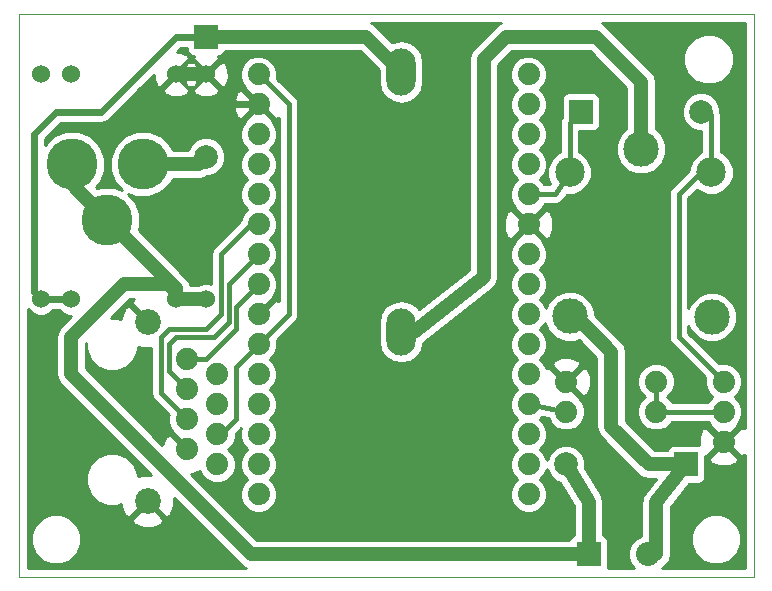
<source format=gbr>
%TF.GenerationSoftware,KiCad,Pcbnew,4.0.2+dfsg1-stable*%
%TF.CreationDate,2018-08-31T16:42:45+08:00*%
%TF.ProjectId,rfid board v2,7266696420626F6172642076322E6B69,rev?*%
%TF.FileFunction,Copper,L1,Top,Signal*%
%FSLAX46Y46*%
G04 Gerber Fmt 4.6, Leading zero omitted, Abs format (unit mm)*
G04 Created by KiCad (PCBNEW 4.0.2+dfsg1-stable) date Friday, 31 August, 2018 04:42:45 PM +08*
%MOMM*%
G01*
G04 APERTURE LIST*
%ADD10C,0.100000*%
%ADD11C,0.025400*%
%ADD12O,2.499360X4.000500*%
%ADD13C,1.879600*%
%ADD14C,2.181860*%
%ADD15C,2.500000*%
%ADD16C,3.000000*%
%ADD17C,1.998980*%
%ADD18R,1.998980X1.998980*%
%ADD19C,1.524000*%
%ADD20C,4.318000*%
%ADD21R,2.032000X2.032000*%
%ADD22C,2.032000*%
%ADD23C,0.400000*%
%ADD24C,0.250000*%
%ADD25C,1.200000*%
%ADD26C,0.600000*%
%ADD27C,0.254000*%
G04 APERTURE END LIST*
D10*
D11*
X22860000Y-62865000D02*
X22860000Y-15240000D01*
X85090000Y-62865000D02*
X85090000Y-15240000D01*
X22860000Y-15240000D02*
X85090000Y-15240000D01*
X85090000Y-62865000D02*
X22860000Y-62865000D01*
D12*
X55245000Y-20114260D03*
X55245000Y-42115740D03*
D13*
X37129720Y-44450000D03*
X39669720Y-45720000D03*
X37129720Y-46990000D03*
X39669720Y-48260000D03*
X37129720Y-49530000D03*
X39669720Y-50800000D03*
X37129720Y-52070000D03*
X39669720Y-53340000D03*
D14*
X33784540Y-41275000D03*
X33784540Y-56474360D03*
D15*
X69515000Y-28620000D03*
D16*
X69515000Y-40820000D03*
X81565000Y-40870000D03*
D15*
X81515000Y-28620000D03*
D16*
X75565000Y-26670000D03*
D17*
X38737540Y-27305000D03*
D18*
X38737540Y-17145000D03*
D19*
X38735000Y-20320000D03*
X36195000Y-20320000D03*
X27305000Y-20320000D03*
X24765000Y-20320000D03*
X24765000Y-39370000D03*
X27305000Y-39370000D03*
X36195000Y-39370000D03*
X38735000Y-39370000D03*
D13*
X82550000Y-51435000D03*
X82550000Y-48895000D03*
X82550000Y-46355000D03*
D17*
X69215000Y-53342540D03*
D18*
X79375000Y-53342540D03*
D13*
X43180000Y-20320000D03*
X43180000Y-22860000D03*
X43180000Y-25400000D03*
X43180000Y-27940000D03*
X43180000Y-30480000D03*
X43180000Y-33020000D03*
X43180000Y-35560000D03*
X43180000Y-38100000D03*
X43180000Y-40640000D03*
X43180000Y-43180000D03*
X43180000Y-45720000D03*
X43180000Y-48260000D03*
X43180000Y-50800000D03*
X43180000Y-53340000D03*
X43180000Y-55880000D03*
X66040000Y-20320000D03*
X66040000Y-22860000D03*
X66040000Y-25400000D03*
X66040000Y-27940000D03*
X66040000Y-30480000D03*
X66040000Y-33020000D03*
X66040000Y-35560000D03*
X66040000Y-38100000D03*
X66040000Y-40640000D03*
X66040000Y-43180000D03*
X66040000Y-45720000D03*
X66040000Y-48260000D03*
X66040000Y-50800000D03*
X66040000Y-53340000D03*
X66040000Y-55880000D03*
D20*
X27383740Y-27940000D03*
X30383480Y-32639000D03*
X33383220Y-27940000D03*
D13*
X69215000Y-48895000D03*
X76835000Y-48895000D03*
X76835000Y-46355000D03*
X69215000Y-46355000D03*
D21*
X71120000Y-60960000D03*
D22*
X76118720Y-60960000D03*
D17*
X80645000Y-23492460D03*
D18*
X70485000Y-23492460D03*
D23*
X81515000Y-28620000D02*
X80600000Y-28620000D01*
X80600000Y-28620000D02*
X78740000Y-30480000D01*
X78740000Y-30480000D02*
X78740000Y-42545000D01*
X78740000Y-42545000D02*
X82550000Y-46355000D01*
D24*
X81515000Y-28620000D02*
X81235000Y-28620000D01*
D23*
X81515000Y-28620000D02*
X81515000Y-23727460D01*
D24*
X81515000Y-23727460D02*
X80645000Y-23492460D01*
D25*
X33383220Y-27940000D02*
X38102540Y-27940000D01*
X38102540Y-27940000D02*
X38100000Y-27942540D01*
X38100000Y-27942540D02*
X38737540Y-27305000D01*
X38737540Y-17145000D02*
X52275740Y-17145000D01*
D26*
X24765000Y-39370000D02*
X27305000Y-39370000D01*
X38737540Y-17145000D02*
X36195000Y-17145000D01*
X24130000Y-38735000D02*
X24765000Y-39370000D01*
X24130000Y-25400000D02*
X24130000Y-38735000D01*
X26035000Y-23495000D02*
X24130000Y-25400000D01*
X29845000Y-23495000D02*
X26035000Y-23495000D01*
X36195000Y-17145000D02*
X29845000Y-23495000D01*
D25*
X52275740Y-17145000D02*
X55245000Y-20114260D01*
X36195000Y-39370000D02*
X36195000Y-38735000D01*
X36195000Y-38735000D02*
X35560000Y-38100000D01*
X42545000Y-60960000D02*
X71120000Y-60960000D01*
X27305000Y-45720000D02*
X42545000Y-60960000D01*
X27305000Y-42545000D02*
X27305000Y-45720000D01*
X31750000Y-38100000D02*
X27305000Y-42545000D01*
X35560000Y-38100000D02*
X31750000Y-38100000D01*
X36195000Y-39370000D02*
X38735000Y-39370000D01*
X27383740Y-27940000D02*
X27383740Y-29639260D01*
X27383740Y-29639260D02*
X30383480Y-32639000D01*
X36195000Y-39370000D02*
X36195000Y-38450520D01*
X36195000Y-38450520D02*
X30383480Y-32639000D01*
X69215000Y-53342540D02*
X71120000Y-56515000D01*
X71120000Y-56515000D02*
X71120000Y-60960000D01*
D26*
X71120000Y-60960000D02*
X70485000Y-60960000D01*
D25*
X69515000Y-40820000D02*
X70030000Y-40820000D01*
X70030000Y-40820000D02*
X73025000Y-43815000D01*
X76202540Y-53342540D02*
X79375000Y-53342540D01*
X73025000Y-50165000D02*
X76202540Y-53342540D01*
X73025000Y-43815000D02*
X73025000Y-50165000D01*
X69515000Y-40820000D02*
X69515000Y-40940000D01*
X76118720Y-60960000D02*
X76835000Y-60960000D01*
X76835000Y-60960000D02*
X76835000Y-56515000D01*
X76835000Y-56515000D02*
X79375000Y-53342540D01*
X55245000Y-42115740D02*
X56309260Y-42115740D01*
X56309260Y-42115740D02*
X62230000Y-37465000D01*
X62230000Y-37465000D02*
X62230000Y-19050000D01*
X62230000Y-19050000D02*
X64135000Y-17145000D01*
X64135000Y-17145000D02*
X71755000Y-17145000D01*
X71755000Y-17145000D02*
X75565000Y-20955000D01*
X75565000Y-20955000D02*
X75565000Y-26670000D01*
D24*
X66040000Y-48260000D02*
X66040000Y-48260000D01*
D23*
X66040000Y-48260000D02*
X69215000Y-48895000D01*
X76835000Y-48895000D02*
X82550000Y-48895000D01*
X76835000Y-46355000D02*
X76835000Y-48895000D01*
D26*
X38735000Y-20320000D02*
X41275000Y-22860000D01*
X41275000Y-22860000D02*
X43180000Y-22860000D01*
D25*
X36195000Y-20320000D02*
X38735000Y-20320000D01*
D24*
X66040000Y-33020000D02*
X66675000Y-33020000D01*
D23*
X39669720Y-50800000D02*
X40005000Y-50800000D01*
X40005000Y-50800000D02*
X41275000Y-49530000D01*
X41275000Y-45085000D02*
X43180000Y-43180000D01*
X41275000Y-49530000D02*
X41275000Y-45085000D01*
X43180000Y-43180000D02*
X45720000Y-40640000D01*
X45720000Y-40640000D02*
X45720000Y-22860000D01*
X45720000Y-22860000D02*
X43180000Y-20320000D01*
X69515000Y-28620000D02*
X69515000Y-24462460D01*
D24*
X69515000Y-24462460D02*
X70485000Y-23492460D01*
D23*
X66040000Y-30480000D02*
X68290000Y-30480000D01*
X68290000Y-30480000D02*
X69515000Y-28620000D01*
D24*
X69850000Y-28285000D02*
X69515000Y-28620000D01*
X69215000Y-28320000D02*
X69515000Y-28620000D01*
D23*
X43180000Y-33020000D02*
X42545000Y-33020000D01*
X42545000Y-33020000D02*
X40005000Y-35560000D01*
X40005000Y-35560000D02*
X40005000Y-40640000D01*
X40005000Y-40640000D02*
X38735000Y-41910000D01*
X38735000Y-41910000D02*
X35560000Y-41910000D01*
X35560000Y-41910000D02*
X34925000Y-42545000D01*
X34925000Y-42545000D02*
X34925000Y-47325280D01*
X34925000Y-47325280D02*
X37129720Y-49530000D01*
D24*
X37129720Y-49530000D02*
X36830000Y-49530000D01*
D23*
X37129720Y-44450000D02*
X38735000Y-44450000D01*
X41275000Y-40005000D02*
X43180000Y-38100000D01*
X41275000Y-41910000D02*
X41275000Y-40005000D01*
X38735000Y-44450000D02*
X41275000Y-41910000D01*
X42545000Y-38100000D02*
X43180000Y-38100000D01*
D24*
X37129720Y-44450000D02*
X37465000Y-44450000D01*
X39669720Y-45720000D02*
X39669720Y-45420280D01*
X39669720Y-45420280D02*
X40005000Y-45085000D01*
D23*
X43180000Y-35560000D02*
X40640000Y-38100000D01*
X35560000Y-45420280D02*
X37129720Y-46990000D01*
X35560000Y-43180000D02*
X35560000Y-45420280D01*
X36195000Y-42545000D02*
X35560000Y-43180000D01*
X39370000Y-42545000D02*
X36195000Y-42545000D01*
X40640000Y-41275000D02*
X39370000Y-42545000D01*
X40640000Y-38100000D02*
X40640000Y-41275000D01*
D24*
X37129720Y-46990000D02*
X36830000Y-46990000D01*
D27*
G36*
X67703980Y-42027800D02*
X68304041Y-42628909D01*
X69088459Y-42954628D01*
X69937815Y-42955370D01*
X70278180Y-42814734D01*
X71790000Y-44326554D01*
X71790000Y-50165000D01*
X71884009Y-50637614D01*
X72151723Y-51038277D01*
X75329263Y-54215817D01*
X75729926Y-54483531D01*
X76202540Y-54577540D01*
X76804143Y-54577540D01*
X75870928Y-55743125D01*
X75790725Y-55897640D01*
X75694009Y-56042386D01*
X75680599Y-56109804D01*
X75648930Y-56170815D01*
X75633962Y-56344261D01*
X75600000Y-56515000D01*
X75600000Y-59387946D01*
X75184725Y-59559534D01*
X74719886Y-60023563D01*
X74468007Y-60630155D01*
X74467434Y-61286963D01*
X74718254Y-61893995D01*
X74926895Y-62103000D01*
X72757722Y-62103000D01*
X72783440Y-61976000D01*
X72783440Y-59944000D01*
X72739162Y-59708683D01*
X72600090Y-59492559D01*
X72387890Y-59347569D01*
X72355000Y-59340909D01*
X72355000Y-56515000D01*
X72337044Y-56424731D01*
X72341486Y-56332797D01*
X72290468Y-56190575D01*
X72260991Y-56042386D01*
X72209856Y-55965858D01*
X72178779Y-55879224D01*
X70849210Y-53665048D01*
X70849774Y-53018846D01*
X70601462Y-52417885D01*
X70142073Y-51957694D01*
X69541547Y-51708334D01*
X68891306Y-51707766D01*
X68290345Y-51956078D01*
X67830154Y-52415467D01*
X67595463Y-52980667D01*
X67375829Y-52449113D01*
X66997104Y-52069727D01*
X67374272Y-51693217D01*
X67614526Y-51114621D01*
X67615073Y-50488127D01*
X67375829Y-49909113D01*
X66997104Y-49529727D01*
X67186354Y-49340807D01*
X67741112Y-49451759D01*
X67879171Y-49785887D01*
X68321783Y-50229272D01*
X68900379Y-50469526D01*
X69526873Y-50470073D01*
X70105887Y-50230829D01*
X70549272Y-49788217D01*
X70789526Y-49209621D01*
X70790073Y-48583127D01*
X70550829Y-48004113D01*
X70403525Y-47856552D01*
X70421650Y-47741255D01*
X69215000Y-46534605D01*
X69200858Y-46548748D01*
X69021253Y-46369143D01*
X69035395Y-46355000D01*
X69394605Y-46355000D01*
X70601255Y-47561650D01*
X71004606Y-47498244D01*
X71305881Y-46726367D01*
X71288838Y-45897953D01*
X71004606Y-45211756D01*
X70601255Y-45148350D01*
X69394605Y-46355000D01*
X69035395Y-46355000D01*
X67828745Y-45148350D01*
X67527314Y-45195734D01*
X67433524Y-44968745D01*
X68008350Y-44968745D01*
X69215000Y-46175395D01*
X70421650Y-44968745D01*
X70358244Y-44565394D01*
X69586367Y-44264119D01*
X68757953Y-44281162D01*
X68071756Y-44565394D01*
X68008350Y-44968745D01*
X67433524Y-44968745D01*
X67375829Y-44829113D01*
X66997104Y-44449727D01*
X67374272Y-44073217D01*
X67614526Y-43494621D01*
X67615073Y-42868127D01*
X67375829Y-42289113D01*
X66997104Y-41909727D01*
X67374272Y-41533217D01*
X67437102Y-41381907D01*
X67703980Y-42027800D01*
X67703980Y-42027800D01*
G37*
X67703980Y-42027800D02*
X68304041Y-42628909D01*
X69088459Y-42954628D01*
X69937815Y-42955370D01*
X70278180Y-42814734D01*
X71790000Y-44326554D01*
X71790000Y-50165000D01*
X71884009Y-50637614D01*
X72151723Y-51038277D01*
X75329263Y-54215817D01*
X75729926Y-54483531D01*
X76202540Y-54577540D01*
X76804143Y-54577540D01*
X75870928Y-55743125D01*
X75790725Y-55897640D01*
X75694009Y-56042386D01*
X75680599Y-56109804D01*
X75648930Y-56170815D01*
X75633962Y-56344261D01*
X75600000Y-56515000D01*
X75600000Y-59387946D01*
X75184725Y-59559534D01*
X74719886Y-60023563D01*
X74468007Y-60630155D01*
X74467434Y-61286963D01*
X74718254Y-61893995D01*
X74926895Y-62103000D01*
X72757722Y-62103000D01*
X72783440Y-61976000D01*
X72783440Y-59944000D01*
X72739162Y-59708683D01*
X72600090Y-59492559D01*
X72387890Y-59347569D01*
X72355000Y-59340909D01*
X72355000Y-56515000D01*
X72337044Y-56424731D01*
X72341486Y-56332797D01*
X72290468Y-56190575D01*
X72260991Y-56042386D01*
X72209856Y-55965858D01*
X72178779Y-55879224D01*
X70849210Y-53665048D01*
X70849774Y-53018846D01*
X70601462Y-52417885D01*
X70142073Y-51957694D01*
X69541547Y-51708334D01*
X68891306Y-51707766D01*
X68290345Y-51956078D01*
X67830154Y-52415467D01*
X67595463Y-52980667D01*
X67375829Y-52449113D01*
X66997104Y-52069727D01*
X67374272Y-51693217D01*
X67614526Y-51114621D01*
X67615073Y-50488127D01*
X67375829Y-49909113D01*
X66997104Y-49529727D01*
X67186354Y-49340807D01*
X67741112Y-49451759D01*
X67879171Y-49785887D01*
X68321783Y-50229272D01*
X68900379Y-50469526D01*
X69526873Y-50470073D01*
X70105887Y-50230829D01*
X70549272Y-49788217D01*
X70789526Y-49209621D01*
X70790073Y-48583127D01*
X70550829Y-48004113D01*
X70403525Y-47856552D01*
X70421650Y-47741255D01*
X69215000Y-46534605D01*
X69200858Y-46548748D01*
X69021253Y-46369143D01*
X69035395Y-46355000D01*
X69394605Y-46355000D01*
X70601255Y-47561650D01*
X71004606Y-47498244D01*
X71305881Y-46726367D01*
X71288838Y-45897953D01*
X71004606Y-45211756D01*
X70601255Y-45148350D01*
X69394605Y-46355000D01*
X69035395Y-46355000D01*
X67828745Y-45148350D01*
X67527314Y-45195734D01*
X67433524Y-44968745D01*
X68008350Y-44968745D01*
X69215000Y-46175395D01*
X70421650Y-44968745D01*
X70358244Y-44565394D01*
X69586367Y-44264119D01*
X68757953Y-44281162D01*
X68071756Y-44565394D01*
X68008350Y-44968745D01*
X67433524Y-44968745D01*
X67375829Y-44829113D01*
X66997104Y-44449727D01*
X67374272Y-44073217D01*
X67614526Y-43494621D01*
X67615073Y-42868127D01*
X67375829Y-42289113D01*
X66997104Y-41909727D01*
X67374272Y-41533217D01*
X67437102Y-41381907D01*
X67703980Y-42027800D01*
G36*
X63662386Y-16004009D02*
X63261723Y-16271723D01*
X61356723Y-18176723D01*
X61089009Y-18577386D01*
X60995000Y-19050000D01*
X60995000Y-36864645D01*
X56732608Y-40212753D01*
X56577670Y-39980872D01*
X55966236Y-39572325D01*
X55245000Y-39428862D01*
X54523764Y-39572325D01*
X53912330Y-39980872D01*
X53503783Y-40592306D01*
X53360320Y-41313542D01*
X53360320Y-42917938D01*
X53503783Y-43639174D01*
X53912330Y-44250608D01*
X54523764Y-44659155D01*
X55245000Y-44802618D01*
X55966236Y-44659155D01*
X56577670Y-44250608D01*
X56986217Y-43639174D01*
X57100492Y-43064674D01*
X62992881Y-38436204D01*
X63041350Y-38379655D01*
X63103277Y-38338277D01*
X63196857Y-38198225D01*
X63306474Y-38070334D01*
X63329614Y-37999539D01*
X63370991Y-37937614D01*
X63403851Y-37772416D01*
X63456184Y-37612307D01*
X63450470Y-37538045D01*
X63465000Y-37465000D01*
X63465000Y-32648633D01*
X63949119Y-32648633D01*
X63966162Y-33477047D01*
X64250394Y-34163244D01*
X64653745Y-34226650D01*
X65860395Y-33020000D01*
X66219605Y-33020000D01*
X67426255Y-34226650D01*
X67829606Y-34163244D01*
X68130881Y-33391367D01*
X68113838Y-32562953D01*
X67829606Y-31876756D01*
X67426255Y-31813350D01*
X66219605Y-33020000D01*
X65860395Y-33020000D01*
X64653745Y-31813350D01*
X64250394Y-31876756D01*
X63949119Y-32648633D01*
X63465000Y-32648633D01*
X63465000Y-20631873D01*
X64464927Y-20631873D01*
X64704171Y-21210887D01*
X65082896Y-21590273D01*
X64705728Y-21966783D01*
X64465474Y-22545379D01*
X64464927Y-23171873D01*
X64704171Y-23750887D01*
X65082896Y-24130273D01*
X64705728Y-24506783D01*
X64465474Y-25085379D01*
X64464927Y-25711873D01*
X64704171Y-26290887D01*
X65082896Y-26670273D01*
X64705728Y-27046783D01*
X64465474Y-27625379D01*
X64464927Y-28251873D01*
X64704171Y-28830887D01*
X65082896Y-29210273D01*
X64705728Y-29586783D01*
X64465474Y-30165379D01*
X64464927Y-30791873D01*
X64704171Y-31370887D01*
X64851475Y-31518448D01*
X64833350Y-31633745D01*
X66040000Y-32840395D01*
X67246650Y-31633745D01*
X67228561Y-31518674D01*
X67374272Y-31373217D01*
X67398446Y-31315000D01*
X68290000Y-31315000D01*
X68373356Y-31298419D01*
X68458343Y-31297854D01*
X68531578Y-31266947D01*
X68609541Y-31251439D01*
X68680206Y-31204222D01*
X68758507Y-31171177D01*
X68814340Y-31114597D01*
X68880434Y-31070434D01*
X68927651Y-30999769D01*
X68987347Y-30939274D01*
X69273499Y-30504790D01*
X69888305Y-30505326D01*
X70581372Y-30218957D01*
X71112093Y-29689161D01*
X71399672Y-28996595D01*
X71400326Y-28246695D01*
X71113957Y-27553628D01*
X70584161Y-27022907D01*
X70350000Y-26925675D01*
X70350000Y-25139390D01*
X71484490Y-25139390D01*
X71719807Y-25095112D01*
X71935931Y-24956040D01*
X72080921Y-24743840D01*
X72131930Y-24491950D01*
X72131930Y-22492970D01*
X72087652Y-22257653D01*
X71948580Y-22041529D01*
X71736380Y-21896539D01*
X71484490Y-21845530D01*
X69485510Y-21845530D01*
X69250193Y-21889808D01*
X69034069Y-22028880D01*
X68889079Y-22241080D01*
X68838070Y-22492970D01*
X68838070Y-24001476D01*
X68743561Y-24142919D01*
X68680000Y-24462460D01*
X68680000Y-26925442D01*
X68448628Y-27021043D01*
X67917907Y-27550839D01*
X67630328Y-28243405D01*
X67629674Y-28993305D01*
X67876264Y-29590100D01*
X67840107Y-29645000D01*
X67398921Y-29645000D01*
X67375829Y-29589113D01*
X66997104Y-29209727D01*
X67374272Y-28833217D01*
X67614526Y-28254621D01*
X67615073Y-27628127D01*
X67375829Y-27049113D01*
X66997104Y-26669727D01*
X67374272Y-26293217D01*
X67614526Y-25714621D01*
X67615073Y-25088127D01*
X67375829Y-24509113D01*
X66997104Y-24129727D01*
X67374272Y-23753217D01*
X67614526Y-23174621D01*
X67615073Y-22548127D01*
X67375829Y-21969113D01*
X66997104Y-21589727D01*
X67374272Y-21213217D01*
X67614526Y-20634621D01*
X67615073Y-20008127D01*
X67375829Y-19429113D01*
X66933217Y-18985728D01*
X66354621Y-18745474D01*
X65728127Y-18744927D01*
X65149113Y-18984171D01*
X64705728Y-19426783D01*
X64465474Y-20005379D01*
X64464927Y-20631873D01*
X63465000Y-20631873D01*
X63465000Y-19561554D01*
X64646554Y-18380000D01*
X71243446Y-18380000D01*
X74330000Y-21466554D01*
X74330000Y-24886133D01*
X73756091Y-25459041D01*
X73430372Y-26243459D01*
X73429630Y-27092815D01*
X73753980Y-27877800D01*
X74354041Y-28478909D01*
X75138459Y-28804628D01*
X75987815Y-28805370D01*
X76772800Y-28481020D01*
X77373909Y-27880959D01*
X77699628Y-27096541D01*
X77700370Y-26247185D01*
X77376020Y-25462200D01*
X76800000Y-24885174D01*
X76800000Y-20955000D01*
X76705991Y-20482386D01*
X76438277Y-20081723D01*
X75829369Y-19472815D01*
X79144630Y-19472815D01*
X79468980Y-20257800D01*
X80069041Y-20858909D01*
X80853459Y-21184628D01*
X81702815Y-21185370D01*
X82487800Y-20861020D01*
X83088909Y-20260959D01*
X83414628Y-19476541D01*
X83415370Y-18627185D01*
X83091020Y-17842200D01*
X82490959Y-17241091D01*
X81706541Y-16915372D01*
X80857185Y-16914630D01*
X80072200Y-17238980D01*
X79471091Y-17839041D01*
X79145372Y-18623459D01*
X79144630Y-19472815D01*
X75829369Y-19472815D01*
X72628277Y-16271723D01*
X72227614Y-16004009D01*
X72217514Y-16002000D01*
X84328000Y-16002000D01*
X84328000Y-50289932D01*
X83936255Y-50228350D01*
X82729605Y-51435000D01*
X83936255Y-52641650D01*
X84328000Y-52580068D01*
X84328000Y-62103000D01*
X77310631Y-62103000D01*
X77322823Y-62090829D01*
X77708277Y-61833277D01*
X77975991Y-61432614D01*
X78070000Y-60960000D01*
X78070000Y-60112815D01*
X79779630Y-60112815D01*
X80103980Y-60897800D01*
X80704041Y-61498909D01*
X81488459Y-61824628D01*
X82337815Y-61825370D01*
X83122800Y-61501020D01*
X83723909Y-60900959D01*
X84049628Y-60116541D01*
X84050370Y-59267185D01*
X83726020Y-58482200D01*
X83125959Y-57881091D01*
X82341541Y-57555372D01*
X81492185Y-57554630D01*
X80707200Y-57878980D01*
X80106091Y-58479041D01*
X79780372Y-59263459D01*
X79779630Y-60112815D01*
X78070000Y-60112815D01*
X78070000Y-56948486D01*
X79638468Y-54989470D01*
X80374490Y-54989470D01*
X80609807Y-54945192D01*
X80825931Y-54806120D01*
X80970921Y-54593920D01*
X81021930Y-54342030D01*
X81021930Y-52821255D01*
X81343350Y-52821255D01*
X81406756Y-53224606D01*
X82178633Y-53525881D01*
X83007047Y-53508838D01*
X83693244Y-53224606D01*
X83756650Y-52821255D01*
X82550000Y-51614605D01*
X81343350Y-52821255D01*
X81021930Y-52821255D01*
X81021930Y-52619357D01*
X81163745Y-52641650D01*
X82370395Y-51435000D01*
X81163745Y-50228350D01*
X80760394Y-50291756D01*
X80459119Y-51063633D01*
X80472529Y-51715463D01*
X80374490Y-51695610D01*
X78375510Y-51695610D01*
X78140193Y-51739888D01*
X77924069Y-51878960D01*
X77779079Y-52091160D01*
X77775762Y-52107540D01*
X76714094Y-52107540D01*
X74260000Y-49653446D01*
X74260000Y-46666873D01*
X75259927Y-46666873D01*
X75499171Y-47245887D01*
X75877896Y-47625273D01*
X75500728Y-48001783D01*
X75260474Y-48580379D01*
X75259927Y-49206873D01*
X75499171Y-49785887D01*
X75941783Y-50229272D01*
X76520379Y-50469526D01*
X77146873Y-50470073D01*
X77725887Y-50230829D01*
X78169272Y-49788217D01*
X78193446Y-49730000D01*
X81191079Y-49730000D01*
X81214171Y-49785887D01*
X81361475Y-49933448D01*
X81343350Y-50048745D01*
X82550000Y-51255395D01*
X83756650Y-50048745D01*
X83738561Y-49933674D01*
X83884272Y-49788217D01*
X84124526Y-49209621D01*
X84125073Y-48583127D01*
X83885829Y-48004113D01*
X83507104Y-47624727D01*
X83884272Y-47248217D01*
X84124526Y-46669621D01*
X84125073Y-46043127D01*
X83885829Y-45464113D01*
X83443217Y-45020728D01*
X82864621Y-44780474D01*
X82238127Y-44779927D01*
X82179867Y-44803999D01*
X79575000Y-42199132D01*
X79575000Y-41644636D01*
X79753980Y-42077800D01*
X80354041Y-42678909D01*
X81138459Y-43004628D01*
X81987815Y-43005370D01*
X82772800Y-42681020D01*
X83373909Y-42080959D01*
X83699628Y-41296541D01*
X83700370Y-40447185D01*
X83376020Y-39662200D01*
X82775959Y-39061091D01*
X81991541Y-38735372D01*
X81142185Y-38734630D01*
X80357200Y-39058980D01*
X79756091Y-39659041D01*
X79575000Y-40095156D01*
X79575000Y-30825868D01*
X80314921Y-30085947D01*
X80445839Y-30217093D01*
X81138405Y-30504672D01*
X81888305Y-30505326D01*
X82581372Y-30218957D01*
X83112093Y-29689161D01*
X83399672Y-28996595D01*
X83400326Y-28246695D01*
X83113957Y-27553628D01*
X82584161Y-27022907D01*
X82350000Y-26925675D01*
X82350000Y-23727460D01*
X82286439Y-23407919D01*
X82279574Y-23397645D01*
X82279774Y-23168766D01*
X82031462Y-22567805D01*
X81572073Y-22107614D01*
X80971547Y-21858254D01*
X80321306Y-21857686D01*
X79720345Y-22105998D01*
X79260154Y-22565387D01*
X79010794Y-23165913D01*
X79010226Y-23816154D01*
X79258538Y-24417115D01*
X79717927Y-24877306D01*
X80318453Y-25126666D01*
X80680000Y-25126982D01*
X80680000Y-26925442D01*
X80448628Y-27021043D01*
X79917907Y-27550839D01*
X79630328Y-28243405D01*
X79630184Y-28408948D01*
X78149566Y-29889566D01*
X77968561Y-30160459D01*
X77905000Y-30480000D01*
X77905000Y-42545000D01*
X77968561Y-42864541D01*
X78062660Y-43005370D01*
X78149566Y-43135434D01*
X80998664Y-45984532D01*
X80975474Y-46040379D01*
X80974927Y-46666873D01*
X81214171Y-47245887D01*
X81592896Y-47625273D01*
X81215728Y-48001783D01*
X81191554Y-48060000D01*
X78193921Y-48060000D01*
X78170829Y-48004113D01*
X77792104Y-47624727D01*
X78169272Y-47248217D01*
X78409526Y-46669621D01*
X78410073Y-46043127D01*
X78170829Y-45464113D01*
X77728217Y-45020728D01*
X77149621Y-44780474D01*
X76523127Y-44779927D01*
X75944113Y-45019171D01*
X75500728Y-45461783D01*
X75260474Y-46040379D01*
X75259927Y-46666873D01*
X74260000Y-46666873D01*
X74260000Y-43815000D01*
X74165991Y-43342386D01*
X73898277Y-42941723D01*
X71650111Y-40693557D01*
X71650370Y-40397185D01*
X71326020Y-39612200D01*
X70725959Y-39011091D01*
X69941541Y-38685372D01*
X69092185Y-38684630D01*
X68307200Y-39008980D01*
X67706091Y-39609041D01*
X67511543Y-40077565D01*
X67375829Y-39749113D01*
X66997104Y-39369727D01*
X67374272Y-38993217D01*
X67614526Y-38414621D01*
X67615073Y-37788127D01*
X67375829Y-37209113D01*
X66997104Y-36829727D01*
X67374272Y-36453217D01*
X67614526Y-35874621D01*
X67615073Y-35248127D01*
X67375829Y-34669113D01*
X67228525Y-34521552D01*
X67246650Y-34406255D01*
X66040000Y-33199605D01*
X64833350Y-34406255D01*
X64851439Y-34521326D01*
X64705728Y-34666783D01*
X64465474Y-35245379D01*
X64464927Y-35871873D01*
X64704171Y-36450887D01*
X65082896Y-36830273D01*
X64705728Y-37206783D01*
X64465474Y-37785379D01*
X64464927Y-38411873D01*
X64704171Y-38990887D01*
X65082896Y-39370273D01*
X64705728Y-39746783D01*
X64465474Y-40325379D01*
X64464927Y-40951873D01*
X64704171Y-41530887D01*
X65082896Y-41910273D01*
X64705728Y-42286783D01*
X64465474Y-42865379D01*
X64464927Y-43491873D01*
X64704171Y-44070887D01*
X65082896Y-44450273D01*
X64705728Y-44826783D01*
X64465474Y-45405379D01*
X64464927Y-46031873D01*
X64704171Y-46610887D01*
X65082896Y-46990273D01*
X64705728Y-47366783D01*
X64465474Y-47945379D01*
X64464927Y-48571873D01*
X64704171Y-49150887D01*
X65082896Y-49530273D01*
X64705728Y-49906783D01*
X64465474Y-50485379D01*
X64464927Y-51111873D01*
X64704171Y-51690887D01*
X65082896Y-52070273D01*
X64705728Y-52446783D01*
X64465474Y-53025379D01*
X64464927Y-53651873D01*
X64704171Y-54230887D01*
X65082896Y-54610273D01*
X64705728Y-54986783D01*
X64465474Y-55565379D01*
X64464927Y-56191873D01*
X64704171Y-56770887D01*
X65146783Y-57214272D01*
X65725379Y-57454526D01*
X66351873Y-57455073D01*
X66930887Y-57215829D01*
X67374272Y-56773217D01*
X67614526Y-56194621D01*
X67615073Y-55568127D01*
X67375829Y-54989113D01*
X66997104Y-54609727D01*
X67374272Y-54233217D01*
X67594929Y-53701817D01*
X67828538Y-54267195D01*
X68287927Y-54727386D01*
X68711682Y-54903344D01*
X69885000Y-56857310D01*
X69885000Y-59337768D01*
X69868683Y-59340838D01*
X69652559Y-59479910D01*
X69507569Y-59692110D01*
X69500909Y-59725000D01*
X43056554Y-59725000D01*
X37477637Y-54146083D01*
X37586767Y-54143838D01*
X38193996Y-53892316D01*
X38333891Y-54230887D01*
X38776503Y-54674272D01*
X39355099Y-54914526D01*
X39981593Y-54915073D01*
X40560607Y-54675829D01*
X41003992Y-54233217D01*
X41244246Y-53654621D01*
X41244793Y-53028127D01*
X41005549Y-52449113D01*
X40626824Y-52069727D01*
X41003992Y-51693217D01*
X41244246Y-51114621D01*
X41244572Y-50741296D01*
X41680023Y-50305845D01*
X41605474Y-50485379D01*
X41604927Y-51111873D01*
X41844171Y-51690887D01*
X42222896Y-52070273D01*
X41845728Y-52446783D01*
X41605474Y-53025379D01*
X41604927Y-53651873D01*
X41844171Y-54230887D01*
X42222896Y-54610273D01*
X41845728Y-54986783D01*
X41605474Y-55565379D01*
X41604927Y-56191873D01*
X41844171Y-56770887D01*
X42286783Y-57214272D01*
X42865379Y-57454526D01*
X43491873Y-57455073D01*
X44070887Y-57215829D01*
X44514272Y-56773217D01*
X44754526Y-56194621D01*
X44755073Y-55568127D01*
X44515829Y-54989113D01*
X44137104Y-54609727D01*
X44514272Y-54233217D01*
X44754526Y-53654621D01*
X44755073Y-53028127D01*
X44515829Y-52449113D01*
X44137104Y-52069727D01*
X44514272Y-51693217D01*
X44754526Y-51114621D01*
X44755073Y-50488127D01*
X44515829Y-49909113D01*
X44137104Y-49529727D01*
X44514272Y-49153217D01*
X44754526Y-48574621D01*
X44755073Y-47948127D01*
X44515829Y-47369113D01*
X44137104Y-46989727D01*
X44514272Y-46613217D01*
X44754526Y-46034621D01*
X44755073Y-45408127D01*
X44515829Y-44829113D01*
X44137104Y-44449727D01*
X44514272Y-44073217D01*
X44754526Y-43494621D01*
X44755073Y-42868127D01*
X44731001Y-42809867D01*
X46310434Y-41230434D01*
X46367829Y-41144536D01*
X46491439Y-40959541D01*
X46555000Y-40640000D01*
X46555000Y-22860000D01*
X46491439Y-22540459D01*
X46310434Y-22269566D01*
X44731336Y-20690468D01*
X44754526Y-20634621D01*
X44755073Y-20008127D01*
X44515829Y-19429113D01*
X44073217Y-18985728D01*
X43494621Y-18745474D01*
X42868127Y-18744927D01*
X42289113Y-18984171D01*
X41845728Y-19426783D01*
X41605474Y-20005379D01*
X41604927Y-20631873D01*
X41844171Y-21210887D01*
X41991475Y-21358448D01*
X41973350Y-21473745D01*
X43180000Y-22680395D01*
X43194143Y-22666253D01*
X43373748Y-22845858D01*
X43359605Y-22860000D01*
X44566255Y-24066650D01*
X44885000Y-24016544D01*
X44885000Y-39483456D01*
X44566255Y-39433350D01*
X43359605Y-40640000D01*
X43373748Y-40654143D01*
X43194143Y-40833748D01*
X43180000Y-40819605D01*
X43165858Y-40833748D01*
X42986253Y-40654143D01*
X43000395Y-40640000D01*
X42986253Y-40625858D01*
X43165858Y-40446253D01*
X43180000Y-40460395D01*
X44386650Y-39253745D01*
X44368561Y-39138674D01*
X44514272Y-38993217D01*
X44754526Y-38414621D01*
X44755073Y-37788127D01*
X44515829Y-37209113D01*
X44137104Y-36829727D01*
X44514272Y-36453217D01*
X44754526Y-35874621D01*
X44755073Y-35248127D01*
X44515829Y-34669113D01*
X44137104Y-34289727D01*
X44514272Y-33913217D01*
X44754526Y-33334621D01*
X44755073Y-32708127D01*
X44515829Y-32129113D01*
X44137104Y-31749727D01*
X44514272Y-31373217D01*
X44754526Y-30794621D01*
X44755073Y-30168127D01*
X44515829Y-29589113D01*
X44137104Y-29209727D01*
X44514272Y-28833217D01*
X44754526Y-28254621D01*
X44755073Y-27628127D01*
X44515829Y-27049113D01*
X44137104Y-26669727D01*
X44514272Y-26293217D01*
X44754526Y-25714621D01*
X44755073Y-25088127D01*
X44515829Y-24509113D01*
X44368525Y-24361552D01*
X44386650Y-24246255D01*
X43180000Y-23039605D01*
X41973350Y-24246255D01*
X41991439Y-24361326D01*
X41845728Y-24506783D01*
X41605474Y-25085379D01*
X41604927Y-25711873D01*
X41844171Y-26290887D01*
X42222896Y-26670273D01*
X41845728Y-27046783D01*
X41605474Y-27625379D01*
X41604927Y-28251873D01*
X41844171Y-28830887D01*
X42222896Y-29210273D01*
X41845728Y-29586783D01*
X41605474Y-30165379D01*
X41604927Y-30791873D01*
X41844171Y-31370887D01*
X42222896Y-31750273D01*
X41845728Y-32126783D01*
X41605474Y-32705379D01*
X41605410Y-32778722D01*
X39414566Y-34969566D01*
X39233561Y-35240459D01*
X39170000Y-35560000D01*
X39170000Y-38037978D01*
X39014100Y-37973243D01*
X38458339Y-37972758D01*
X38065682Y-38135000D01*
X37367239Y-38135000D01*
X37335991Y-37977906D01*
X37068277Y-37577243D01*
X33033589Y-33542555D01*
X33176994Y-33197199D01*
X33177964Y-32085677D01*
X32753499Y-31058394D01*
X32148943Y-30452782D01*
X32825021Y-30733514D01*
X33936543Y-30734484D01*
X34963826Y-30310019D01*
X35750477Y-29524740D01*
X35895702Y-29175000D01*
X38087231Y-29175000D01*
X38100000Y-29177540D01*
X38572614Y-29083531D01*
X38788119Y-28939535D01*
X39061234Y-28939774D01*
X39662195Y-28691462D01*
X40122386Y-28232073D01*
X40371746Y-27631547D01*
X40372314Y-26981306D01*
X40124002Y-26380345D01*
X39664613Y-25920154D01*
X39064087Y-25670794D01*
X38413846Y-25670226D01*
X37812885Y-25918538D01*
X37352694Y-26377927D01*
X37216882Y-26705000D01*
X35896041Y-26705000D01*
X35753239Y-26359394D01*
X34967960Y-25572743D01*
X33941419Y-25146486D01*
X32829897Y-25145516D01*
X31802614Y-25569981D01*
X31015963Y-26355260D01*
X30589706Y-27381801D01*
X30588736Y-28493323D01*
X31013201Y-29520606D01*
X31617757Y-30126218D01*
X30941679Y-29845486D01*
X29830157Y-29844516D01*
X29480164Y-29989130D01*
X29383065Y-29892031D01*
X29750997Y-29524740D01*
X30177254Y-28498199D01*
X30178224Y-27386677D01*
X29753759Y-26359394D01*
X28968480Y-25572743D01*
X27941939Y-25146486D01*
X26830417Y-25145516D01*
X25803134Y-25569981D01*
X25065000Y-26306828D01*
X25065000Y-25787290D01*
X26422290Y-24430000D01*
X29845000Y-24430000D01*
X30202809Y-24358827D01*
X30506145Y-24156145D01*
X32173657Y-22488633D01*
X41089119Y-22488633D01*
X41106162Y-23317047D01*
X41390394Y-24003244D01*
X41793745Y-24066650D01*
X43000395Y-22860000D01*
X41793745Y-21653350D01*
X41390394Y-21716756D01*
X41089119Y-22488633D01*
X32173657Y-22488633D01*
X33084562Y-21577728D01*
X35116877Y-21577728D01*
X35158520Y-21962657D01*
X35866036Y-22234261D01*
X36623632Y-22214436D01*
X37231480Y-21962657D01*
X37273123Y-21577728D01*
X37656877Y-21577728D01*
X37698520Y-21962657D01*
X38406036Y-22234261D01*
X39163632Y-22214436D01*
X39771480Y-21962657D01*
X39813123Y-21577728D01*
X38735000Y-20499605D01*
X37656877Y-21577728D01*
X37273123Y-21577728D01*
X36195000Y-20499605D01*
X35116877Y-21577728D01*
X33084562Y-21577728D01*
X34290698Y-20371592D01*
X34300564Y-20748632D01*
X34552343Y-21356480D01*
X34937272Y-21398123D01*
X36015395Y-20320000D01*
X36374605Y-20320000D01*
X36866958Y-20812353D01*
X37092343Y-21356480D01*
X37449751Y-21395146D01*
X37452728Y-21398123D01*
X37465000Y-21396795D01*
X37477272Y-21398123D01*
X37480249Y-21395146D01*
X37837657Y-21356480D01*
X38036256Y-20839139D01*
X38555395Y-20320000D01*
X38914605Y-20320000D01*
X39992728Y-21398123D01*
X40377657Y-21356480D01*
X40649261Y-20648964D01*
X40629436Y-19891368D01*
X40377657Y-19283520D01*
X39992728Y-19241877D01*
X38914605Y-20320000D01*
X38555395Y-20320000D01*
X38063042Y-19827647D01*
X37837657Y-19283520D01*
X37480249Y-19244854D01*
X37477272Y-19241877D01*
X37465000Y-19243205D01*
X37452728Y-19241877D01*
X37449751Y-19244854D01*
X37092343Y-19283520D01*
X36893744Y-19800861D01*
X36374605Y-20320000D01*
X36015395Y-20320000D01*
X36001253Y-20305858D01*
X36180858Y-20126253D01*
X36195000Y-20140395D01*
X37273123Y-19062272D01*
X37231480Y-18677343D01*
X36523964Y-18405739D01*
X36249365Y-18412925D01*
X36582290Y-18080000D01*
X37090610Y-18080000D01*
X37090610Y-18144490D01*
X37134888Y-18379807D01*
X37273960Y-18595931D01*
X37486160Y-18740921D01*
X37687237Y-18781640D01*
X37656877Y-19062272D01*
X38735000Y-20140395D01*
X39813123Y-19062272D01*
X39782942Y-18783291D01*
X39972347Y-18747652D01*
X40188471Y-18608580D01*
X40333461Y-18396380D01*
X40336778Y-18380000D01*
X51764186Y-18380000D01*
X53360320Y-19976134D01*
X53360320Y-20916458D01*
X53503783Y-21637694D01*
X53912330Y-22249128D01*
X54523764Y-22657675D01*
X55245000Y-22801138D01*
X55966236Y-22657675D01*
X56577670Y-22249128D01*
X56986217Y-21637694D01*
X57129680Y-20916458D01*
X57129680Y-19312062D01*
X56986217Y-18590826D01*
X56577670Y-17979392D01*
X55966236Y-17570845D01*
X55245000Y-17427382D01*
X54523764Y-17570845D01*
X54478430Y-17601136D01*
X53149017Y-16271723D01*
X52748354Y-16004009D01*
X52738254Y-16002000D01*
X63672486Y-16002000D01*
X63662386Y-16004009D01*
X63662386Y-16004009D01*
G37*
X63662386Y-16004009D02*
X63261723Y-16271723D01*
X61356723Y-18176723D01*
X61089009Y-18577386D01*
X60995000Y-19050000D01*
X60995000Y-36864645D01*
X56732608Y-40212753D01*
X56577670Y-39980872D01*
X55966236Y-39572325D01*
X55245000Y-39428862D01*
X54523764Y-39572325D01*
X53912330Y-39980872D01*
X53503783Y-40592306D01*
X53360320Y-41313542D01*
X53360320Y-42917938D01*
X53503783Y-43639174D01*
X53912330Y-44250608D01*
X54523764Y-44659155D01*
X55245000Y-44802618D01*
X55966236Y-44659155D01*
X56577670Y-44250608D01*
X56986217Y-43639174D01*
X57100492Y-43064674D01*
X62992881Y-38436204D01*
X63041350Y-38379655D01*
X63103277Y-38338277D01*
X63196857Y-38198225D01*
X63306474Y-38070334D01*
X63329614Y-37999539D01*
X63370991Y-37937614D01*
X63403851Y-37772416D01*
X63456184Y-37612307D01*
X63450470Y-37538045D01*
X63465000Y-37465000D01*
X63465000Y-32648633D01*
X63949119Y-32648633D01*
X63966162Y-33477047D01*
X64250394Y-34163244D01*
X64653745Y-34226650D01*
X65860395Y-33020000D01*
X66219605Y-33020000D01*
X67426255Y-34226650D01*
X67829606Y-34163244D01*
X68130881Y-33391367D01*
X68113838Y-32562953D01*
X67829606Y-31876756D01*
X67426255Y-31813350D01*
X66219605Y-33020000D01*
X65860395Y-33020000D01*
X64653745Y-31813350D01*
X64250394Y-31876756D01*
X63949119Y-32648633D01*
X63465000Y-32648633D01*
X63465000Y-20631873D01*
X64464927Y-20631873D01*
X64704171Y-21210887D01*
X65082896Y-21590273D01*
X64705728Y-21966783D01*
X64465474Y-22545379D01*
X64464927Y-23171873D01*
X64704171Y-23750887D01*
X65082896Y-24130273D01*
X64705728Y-24506783D01*
X64465474Y-25085379D01*
X64464927Y-25711873D01*
X64704171Y-26290887D01*
X65082896Y-26670273D01*
X64705728Y-27046783D01*
X64465474Y-27625379D01*
X64464927Y-28251873D01*
X64704171Y-28830887D01*
X65082896Y-29210273D01*
X64705728Y-29586783D01*
X64465474Y-30165379D01*
X64464927Y-30791873D01*
X64704171Y-31370887D01*
X64851475Y-31518448D01*
X64833350Y-31633745D01*
X66040000Y-32840395D01*
X67246650Y-31633745D01*
X67228561Y-31518674D01*
X67374272Y-31373217D01*
X67398446Y-31315000D01*
X68290000Y-31315000D01*
X68373356Y-31298419D01*
X68458343Y-31297854D01*
X68531578Y-31266947D01*
X68609541Y-31251439D01*
X68680206Y-31204222D01*
X68758507Y-31171177D01*
X68814340Y-31114597D01*
X68880434Y-31070434D01*
X68927651Y-30999769D01*
X68987347Y-30939274D01*
X69273499Y-30504790D01*
X69888305Y-30505326D01*
X70581372Y-30218957D01*
X71112093Y-29689161D01*
X71399672Y-28996595D01*
X71400326Y-28246695D01*
X71113957Y-27553628D01*
X70584161Y-27022907D01*
X70350000Y-26925675D01*
X70350000Y-25139390D01*
X71484490Y-25139390D01*
X71719807Y-25095112D01*
X71935931Y-24956040D01*
X72080921Y-24743840D01*
X72131930Y-24491950D01*
X72131930Y-22492970D01*
X72087652Y-22257653D01*
X71948580Y-22041529D01*
X71736380Y-21896539D01*
X71484490Y-21845530D01*
X69485510Y-21845530D01*
X69250193Y-21889808D01*
X69034069Y-22028880D01*
X68889079Y-22241080D01*
X68838070Y-22492970D01*
X68838070Y-24001476D01*
X68743561Y-24142919D01*
X68680000Y-24462460D01*
X68680000Y-26925442D01*
X68448628Y-27021043D01*
X67917907Y-27550839D01*
X67630328Y-28243405D01*
X67629674Y-28993305D01*
X67876264Y-29590100D01*
X67840107Y-29645000D01*
X67398921Y-29645000D01*
X67375829Y-29589113D01*
X66997104Y-29209727D01*
X67374272Y-28833217D01*
X67614526Y-28254621D01*
X67615073Y-27628127D01*
X67375829Y-27049113D01*
X66997104Y-26669727D01*
X67374272Y-26293217D01*
X67614526Y-25714621D01*
X67615073Y-25088127D01*
X67375829Y-24509113D01*
X66997104Y-24129727D01*
X67374272Y-23753217D01*
X67614526Y-23174621D01*
X67615073Y-22548127D01*
X67375829Y-21969113D01*
X66997104Y-21589727D01*
X67374272Y-21213217D01*
X67614526Y-20634621D01*
X67615073Y-20008127D01*
X67375829Y-19429113D01*
X66933217Y-18985728D01*
X66354621Y-18745474D01*
X65728127Y-18744927D01*
X65149113Y-18984171D01*
X64705728Y-19426783D01*
X64465474Y-20005379D01*
X64464927Y-20631873D01*
X63465000Y-20631873D01*
X63465000Y-19561554D01*
X64646554Y-18380000D01*
X71243446Y-18380000D01*
X74330000Y-21466554D01*
X74330000Y-24886133D01*
X73756091Y-25459041D01*
X73430372Y-26243459D01*
X73429630Y-27092815D01*
X73753980Y-27877800D01*
X74354041Y-28478909D01*
X75138459Y-28804628D01*
X75987815Y-28805370D01*
X76772800Y-28481020D01*
X77373909Y-27880959D01*
X77699628Y-27096541D01*
X77700370Y-26247185D01*
X77376020Y-25462200D01*
X76800000Y-24885174D01*
X76800000Y-20955000D01*
X76705991Y-20482386D01*
X76438277Y-20081723D01*
X75829369Y-19472815D01*
X79144630Y-19472815D01*
X79468980Y-20257800D01*
X80069041Y-20858909D01*
X80853459Y-21184628D01*
X81702815Y-21185370D01*
X82487800Y-20861020D01*
X83088909Y-20260959D01*
X83414628Y-19476541D01*
X83415370Y-18627185D01*
X83091020Y-17842200D01*
X82490959Y-17241091D01*
X81706541Y-16915372D01*
X80857185Y-16914630D01*
X80072200Y-17238980D01*
X79471091Y-17839041D01*
X79145372Y-18623459D01*
X79144630Y-19472815D01*
X75829369Y-19472815D01*
X72628277Y-16271723D01*
X72227614Y-16004009D01*
X72217514Y-16002000D01*
X84328000Y-16002000D01*
X84328000Y-50289932D01*
X83936255Y-50228350D01*
X82729605Y-51435000D01*
X83936255Y-52641650D01*
X84328000Y-52580068D01*
X84328000Y-62103000D01*
X77310631Y-62103000D01*
X77322823Y-62090829D01*
X77708277Y-61833277D01*
X77975991Y-61432614D01*
X78070000Y-60960000D01*
X78070000Y-60112815D01*
X79779630Y-60112815D01*
X80103980Y-60897800D01*
X80704041Y-61498909D01*
X81488459Y-61824628D01*
X82337815Y-61825370D01*
X83122800Y-61501020D01*
X83723909Y-60900959D01*
X84049628Y-60116541D01*
X84050370Y-59267185D01*
X83726020Y-58482200D01*
X83125959Y-57881091D01*
X82341541Y-57555372D01*
X81492185Y-57554630D01*
X80707200Y-57878980D01*
X80106091Y-58479041D01*
X79780372Y-59263459D01*
X79779630Y-60112815D01*
X78070000Y-60112815D01*
X78070000Y-56948486D01*
X79638468Y-54989470D01*
X80374490Y-54989470D01*
X80609807Y-54945192D01*
X80825931Y-54806120D01*
X80970921Y-54593920D01*
X81021930Y-54342030D01*
X81021930Y-52821255D01*
X81343350Y-52821255D01*
X81406756Y-53224606D01*
X82178633Y-53525881D01*
X83007047Y-53508838D01*
X83693244Y-53224606D01*
X83756650Y-52821255D01*
X82550000Y-51614605D01*
X81343350Y-52821255D01*
X81021930Y-52821255D01*
X81021930Y-52619357D01*
X81163745Y-52641650D01*
X82370395Y-51435000D01*
X81163745Y-50228350D01*
X80760394Y-50291756D01*
X80459119Y-51063633D01*
X80472529Y-51715463D01*
X80374490Y-51695610D01*
X78375510Y-51695610D01*
X78140193Y-51739888D01*
X77924069Y-51878960D01*
X77779079Y-52091160D01*
X77775762Y-52107540D01*
X76714094Y-52107540D01*
X74260000Y-49653446D01*
X74260000Y-46666873D01*
X75259927Y-46666873D01*
X75499171Y-47245887D01*
X75877896Y-47625273D01*
X75500728Y-48001783D01*
X75260474Y-48580379D01*
X75259927Y-49206873D01*
X75499171Y-49785887D01*
X75941783Y-50229272D01*
X76520379Y-50469526D01*
X77146873Y-50470073D01*
X77725887Y-50230829D01*
X78169272Y-49788217D01*
X78193446Y-49730000D01*
X81191079Y-49730000D01*
X81214171Y-49785887D01*
X81361475Y-49933448D01*
X81343350Y-50048745D01*
X82550000Y-51255395D01*
X83756650Y-50048745D01*
X83738561Y-49933674D01*
X83884272Y-49788217D01*
X84124526Y-49209621D01*
X84125073Y-48583127D01*
X83885829Y-48004113D01*
X83507104Y-47624727D01*
X83884272Y-47248217D01*
X84124526Y-46669621D01*
X84125073Y-46043127D01*
X83885829Y-45464113D01*
X83443217Y-45020728D01*
X82864621Y-44780474D01*
X82238127Y-44779927D01*
X82179867Y-44803999D01*
X79575000Y-42199132D01*
X79575000Y-41644636D01*
X79753980Y-42077800D01*
X80354041Y-42678909D01*
X81138459Y-43004628D01*
X81987815Y-43005370D01*
X82772800Y-42681020D01*
X83373909Y-42080959D01*
X83699628Y-41296541D01*
X83700370Y-40447185D01*
X83376020Y-39662200D01*
X82775959Y-39061091D01*
X81991541Y-38735372D01*
X81142185Y-38734630D01*
X80357200Y-39058980D01*
X79756091Y-39659041D01*
X79575000Y-40095156D01*
X79575000Y-30825868D01*
X80314921Y-30085947D01*
X80445839Y-30217093D01*
X81138405Y-30504672D01*
X81888305Y-30505326D01*
X82581372Y-30218957D01*
X83112093Y-29689161D01*
X83399672Y-28996595D01*
X83400326Y-28246695D01*
X83113957Y-27553628D01*
X82584161Y-27022907D01*
X82350000Y-26925675D01*
X82350000Y-23727460D01*
X82286439Y-23407919D01*
X82279574Y-23397645D01*
X82279774Y-23168766D01*
X82031462Y-22567805D01*
X81572073Y-22107614D01*
X80971547Y-21858254D01*
X80321306Y-21857686D01*
X79720345Y-22105998D01*
X79260154Y-22565387D01*
X79010794Y-23165913D01*
X79010226Y-23816154D01*
X79258538Y-24417115D01*
X79717927Y-24877306D01*
X80318453Y-25126666D01*
X80680000Y-25126982D01*
X80680000Y-26925442D01*
X80448628Y-27021043D01*
X79917907Y-27550839D01*
X79630328Y-28243405D01*
X79630184Y-28408948D01*
X78149566Y-29889566D01*
X77968561Y-30160459D01*
X77905000Y-30480000D01*
X77905000Y-42545000D01*
X77968561Y-42864541D01*
X78062660Y-43005370D01*
X78149566Y-43135434D01*
X80998664Y-45984532D01*
X80975474Y-46040379D01*
X80974927Y-46666873D01*
X81214171Y-47245887D01*
X81592896Y-47625273D01*
X81215728Y-48001783D01*
X81191554Y-48060000D01*
X78193921Y-48060000D01*
X78170829Y-48004113D01*
X77792104Y-47624727D01*
X78169272Y-47248217D01*
X78409526Y-46669621D01*
X78410073Y-46043127D01*
X78170829Y-45464113D01*
X77728217Y-45020728D01*
X77149621Y-44780474D01*
X76523127Y-44779927D01*
X75944113Y-45019171D01*
X75500728Y-45461783D01*
X75260474Y-46040379D01*
X75259927Y-46666873D01*
X74260000Y-46666873D01*
X74260000Y-43815000D01*
X74165991Y-43342386D01*
X73898277Y-42941723D01*
X71650111Y-40693557D01*
X71650370Y-40397185D01*
X71326020Y-39612200D01*
X70725959Y-39011091D01*
X69941541Y-38685372D01*
X69092185Y-38684630D01*
X68307200Y-39008980D01*
X67706091Y-39609041D01*
X67511543Y-40077565D01*
X67375829Y-39749113D01*
X66997104Y-39369727D01*
X67374272Y-38993217D01*
X67614526Y-38414621D01*
X67615073Y-37788127D01*
X67375829Y-37209113D01*
X66997104Y-36829727D01*
X67374272Y-36453217D01*
X67614526Y-35874621D01*
X67615073Y-35248127D01*
X67375829Y-34669113D01*
X67228525Y-34521552D01*
X67246650Y-34406255D01*
X66040000Y-33199605D01*
X64833350Y-34406255D01*
X64851439Y-34521326D01*
X64705728Y-34666783D01*
X64465474Y-35245379D01*
X64464927Y-35871873D01*
X64704171Y-36450887D01*
X65082896Y-36830273D01*
X64705728Y-37206783D01*
X64465474Y-37785379D01*
X64464927Y-38411873D01*
X64704171Y-38990887D01*
X65082896Y-39370273D01*
X64705728Y-39746783D01*
X64465474Y-40325379D01*
X64464927Y-40951873D01*
X64704171Y-41530887D01*
X65082896Y-41910273D01*
X64705728Y-42286783D01*
X64465474Y-42865379D01*
X64464927Y-43491873D01*
X64704171Y-44070887D01*
X65082896Y-44450273D01*
X64705728Y-44826783D01*
X64465474Y-45405379D01*
X64464927Y-46031873D01*
X64704171Y-46610887D01*
X65082896Y-46990273D01*
X64705728Y-47366783D01*
X64465474Y-47945379D01*
X64464927Y-48571873D01*
X64704171Y-49150887D01*
X65082896Y-49530273D01*
X64705728Y-49906783D01*
X64465474Y-50485379D01*
X64464927Y-51111873D01*
X64704171Y-51690887D01*
X65082896Y-52070273D01*
X64705728Y-52446783D01*
X64465474Y-53025379D01*
X64464927Y-53651873D01*
X64704171Y-54230887D01*
X65082896Y-54610273D01*
X64705728Y-54986783D01*
X64465474Y-55565379D01*
X64464927Y-56191873D01*
X64704171Y-56770887D01*
X65146783Y-57214272D01*
X65725379Y-57454526D01*
X66351873Y-57455073D01*
X66930887Y-57215829D01*
X67374272Y-56773217D01*
X67614526Y-56194621D01*
X67615073Y-55568127D01*
X67375829Y-54989113D01*
X66997104Y-54609727D01*
X67374272Y-54233217D01*
X67594929Y-53701817D01*
X67828538Y-54267195D01*
X68287927Y-54727386D01*
X68711682Y-54903344D01*
X69885000Y-56857310D01*
X69885000Y-59337768D01*
X69868683Y-59340838D01*
X69652559Y-59479910D01*
X69507569Y-59692110D01*
X69500909Y-59725000D01*
X43056554Y-59725000D01*
X37477637Y-54146083D01*
X37586767Y-54143838D01*
X38193996Y-53892316D01*
X38333891Y-54230887D01*
X38776503Y-54674272D01*
X39355099Y-54914526D01*
X39981593Y-54915073D01*
X40560607Y-54675829D01*
X41003992Y-54233217D01*
X41244246Y-53654621D01*
X41244793Y-53028127D01*
X41005549Y-52449113D01*
X40626824Y-52069727D01*
X41003992Y-51693217D01*
X41244246Y-51114621D01*
X41244572Y-50741296D01*
X41680023Y-50305845D01*
X41605474Y-50485379D01*
X41604927Y-51111873D01*
X41844171Y-51690887D01*
X42222896Y-52070273D01*
X41845728Y-52446783D01*
X41605474Y-53025379D01*
X41604927Y-53651873D01*
X41844171Y-54230887D01*
X42222896Y-54610273D01*
X41845728Y-54986783D01*
X41605474Y-55565379D01*
X41604927Y-56191873D01*
X41844171Y-56770887D01*
X42286783Y-57214272D01*
X42865379Y-57454526D01*
X43491873Y-57455073D01*
X44070887Y-57215829D01*
X44514272Y-56773217D01*
X44754526Y-56194621D01*
X44755073Y-55568127D01*
X44515829Y-54989113D01*
X44137104Y-54609727D01*
X44514272Y-54233217D01*
X44754526Y-53654621D01*
X44755073Y-53028127D01*
X44515829Y-52449113D01*
X44137104Y-52069727D01*
X44514272Y-51693217D01*
X44754526Y-51114621D01*
X44755073Y-50488127D01*
X44515829Y-49909113D01*
X44137104Y-49529727D01*
X44514272Y-49153217D01*
X44754526Y-48574621D01*
X44755073Y-47948127D01*
X44515829Y-47369113D01*
X44137104Y-46989727D01*
X44514272Y-46613217D01*
X44754526Y-46034621D01*
X44755073Y-45408127D01*
X44515829Y-44829113D01*
X44137104Y-44449727D01*
X44514272Y-44073217D01*
X44754526Y-43494621D01*
X44755073Y-42868127D01*
X44731001Y-42809867D01*
X46310434Y-41230434D01*
X46367829Y-41144536D01*
X46491439Y-40959541D01*
X46555000Y-40640000D01*
X46555000Y-22860000D01*
X46491439Y-22540459D01*
X46310434Y-22269566D01*
X44731336Y-20690468D01*
X44754526Y-20634621D01*
X44755073Y-20008127D01*
X44515829Y-19429113D01*
X44073217Y-18985728D01*
X43494621Y-18745474D01*
X42868127Y-18744927D01*
X42289113Y-18984171D01*
X41845728Y-19426783D01*
X41605474Y-20005379D01*
X41604927Y-20631873D01*
X41844171Y-21210887D01*
X41991475Y-21358448D01*
X41973350Y-21473745D01*
X43180000Y-22680395D01*
X43194143Y-22666253D01*
X43373748Y-22845858D01*
X43359605Y-22860000D01*
X44566255Y-24066650D01*
X44885000Y-24016544D01*
X44885000Y-39483456D01*
X44566255Y-39433350D01*
X43359605Y-40640000D01*
X43373748Y-40654143D01*
X43194143Y-40833748D01*
X43180000Y-40819605D01*
X43165858Y-40833748D01*
X42986253Y-40654143D01*
X43000395Y-40640000D01*
X42986253Y-40625858D01*
X43165858Y-40446253D01*
X43180000Y-40460395D01*
X44386650Y-39253745D01*
X44368561Y-39138674D01*
X44514272Y-38993217D01*
X44754526Y-38414621D01*
X44755073Y-37788127D01*
X44515829Y-37209113D01*
X44137104Y-36829727D01*
X44514272Y-36453217D01*
X44754526Y-35874621D01*
X44755073Y-35248127D01*
X44515829Y-34669113D01*
X44137104Y-34289727D01*
X44514272Y-33913217D01*
X44754526Y-33334621D01*
X44755073Y-32708127D01*
X44515829Y-32129113D01*
X44137104Y-31749727D01*
X44514272Y-31373217D01*
X44754526Y-30794621D01*
X44755073Y-30168127D01*
X44515829Y-29589113D01*
X44137104Y-29209727D01*
X44514272Y-28833217D01*
X44754526Y-28254621D01*
X44755073Y-27628127D01*
X44515829Y-27049113D01*
X44137104Y-26669727D01*
X44514272Y-26293217D01*
X44754526Y-25714621D01*
X44755073Y-25088127D01*
X44515829Y-24509113D01*
X44368525Y-24361552D01*
X44386650Y-24246255D01*
X43180000Y-23039605D01*
X41973350Y-24246255D01*
X41991439Y-24361326D01*
X41845728Y-24506783D01*
X41605474Y-25085379D01*
X41604927Y-25711873D01*
X41844171Y-26290887D01*
X42222896Y-26670273D01*
X41845728Y-27046783D01*
X41605474Y-27625379D01*
X41604927Y-28251873D01*
X41844171Y-28830887D01*
X42222896Y-29210273D01*
X41845728Y-29586783D01*
X41605474Y-30165379D01*
X41604927Y-30791873D01*
X41844171Y-31370887D01*
X42222896Y-31750273D01*
X41845728Y-32126783D01*
X41605474Y-32705379D01*
X41605410Y-32778722D01*
X39414566Y-34969566D01*
X39233561Y-35240459D01*
X39170000Y-35560000D01*
X39170000Y-38037978D01*
X39014100Y-37973243D01*
X38458339Y-37972758D01*
X38065682Y-38135000D01*
X37367239Y-38135000D01*
X37335991Y-37977906D01*
X37068277Y-37577243D01*
X33033589Y-33542555D01*
X33176994Y-33197199D01*
X33177964Y-32085677D01*
X32753499Y-31058394D01*
X32148943Y-30452782D01*
X32825021Y-30733514D01*
X33936543Y-30734484D01*
X34963826Y-30310019D01*
X35750477Y-29524740D01*
X35895702Y-29175000D01*
X38087231Y-29175000D01*
X38100000Y-29177540D01*
X38572614Y-29083531D01*
X38788119Y-28939535D01*
X39061234Y-28939774D01*
X39662195Y-28691462D01*
X40122386Y-28232073D01*
X40371746Y-27631547D01*
X40372314Y-26981306D01*
X40124002Y-26380345D01*
X39664613Y-25920154D01*
X39064087Y-25670794D01*
X38413846Y-25670226D01*
X37812885Y-25918538D01*
X37352694Y-26377927D01*
X37216882Y-26705000D01*
X35896041Y-26705000D01*
X35753239Y-26359394D01*
X34967960Y-25572743D01*
X33941419Y-25146486D01*
X32829897Y-25145516D01*
X31802614Y-25569981D01*
X31015963Y-26355260D01*
X30589706Y-27381801D01*
X30588736Y-28493323D01*
X31013201Y-29520606D01*
X31617757Y-30126218D01*
X30941679Y-29845486D01*
X29830157Y-29844516D01*
X29480164Y-29989130D01*
X29383065Y-29892031D01*
X29750997Y-29524740D01*
X30177254Y-28498199D01*
X30178224Y-27386677D01*
X29753759Y-26359394D01*
X28968480Y-25572743D01*
X27941939Y-25146486D01*
X26830417Y-25145516D01*
X25803134Y-25569981D01*
X25065000Y-26306828D01*
X25065000Y-25787290D01*
X26422290Y-24430000D01*
X29845000Y-24430000D01*
X30202809Y-24358827D01*
X30506145Y-24156145D01*
X32173657Y-22488633D01*
X41089119Y-22488633D01*
X41106162Y-23317047D01*
X41390394Y-24003244D01*
X41793745Y-24066650D01*
X43000395Y-22860000D01*
X41793745Y-21653350D01*
X41390394Y-21716756D01*
X41089119Y-22488633D01*
X32173657Y-22488633D01*
X33084562Y-21577728D01*
X35116877Y-21577728D01*
X35158520Y-21962657D01*
X35866036Y-22234261D01*
X36623632Y-22214436D01*
X37231480Y-21962657D01*
X37273123Y-21577728D01*
X37656877Y-21577728D01*
X37698520Y-21962657D01*
X38406036Y-22234261D01*
X39163632Y-22214436D01*
X39771480Y-21962657D01*
X39813123Y-21577728D01*
X38735000Y-20499605D01*
X37656877Y-21577728D01*
X37273123Y-21577728D01*
X36195000Y-20499605D01*
X35116877Y-21577728D01*
X33084562Y-21577728D01*
X34290698Y-20371592D01*
X34300564Y-20748632D01*
X34552343Y-21356480D01*
X34937272Y-21398123D01*
X36015395Y-20320000D01*
X36374605Y-20320000D01*
X36866958Y-20812353D01*
X37092343Y-21356480D01*
X37449751Y-21395146D01*
X37452728Y-21398123D01*
X37465000Y-21396795D01*
X37477272Y-21398123D01*
X37480249Y-21395146D01*
X37837657Y-21356480D01*
X38036256Y-20839139D01*
X38555395Y-20320000D01*
X38914605Y-20320000D01*
X39992728Y-21398123D01*
X40377657Y-21356480D01*
X40649261Y-20648964D01*
X40629436Y-19891368D01*
X40377657Y-19283520D01*
X39992728Y-19241877D01*
X38914605Y-20320000D01*
X38555395Y-20320000D01*
X38063042Y-19827647D01*
X37837657Y-19283520D01*
X37480249Y-19244854D01*
X37477272Y-19241877D01*
X37465000Y-19243205D01*
X37452728Y-19241877D01*
X37449751Y-19244854D01*
X37092343Y-19283520D01*
X36893744Y-19800861D01*
X36374605Y-20320000D01*
X36015395Y-20320000D01*
X36001253Y-20305858D01*
X36180858Y-20126253D01*
X36195000Y-20140395D01*
X37273123Y-19062272D01*
X37231480Y-18677343D01*
X36523964Y-18405739D01*
X36249365Y-18412925D01*
X36582290Y-18080000D01*
X37090610Y-18080000D01*
X37090610Y-18144490D01*
X37134888Y-18379807D01*
X37273960Y-18595931D01*
X37486160Y-18740921D01*
X37687237Y-18781640D01*
X37656877Y-19062272D01*
X38735000Y-20140395D01*
X39813123Y-19062272D01*
X39782942Y-18783291D01*
X39972347Y-18747652D01*
X40188471Y-18608580D01*
X40333461Y-18396380D01*
X40336778Y-18380000D01*
X51764186Y-18380000D01*
X53360320Y-19976134D01*
X53360320Y-20916458D01*
X53503783Y-21637694D01*
X53912330Y-22249128D01*
X54523764Y-22657675D01*
X55245000Y-22801138D01*
X55966236Y-22657675D01*
X56577670Y-22249128D01*
X56986217Y-21637694D01*
X57129680Y-20916458D01*
X57129680Y-19312062D01*
X56986217Y-18590826D01*
X56577670Y-17979392D01*
X55966236Y-17570845D01*
X55245000Y-17427382D01*
X54523764Y-17570845D01*
X54478430Y-17601136D01*
X53149017Y-16271723D01*
X52748354Y-16004009D01*
X52738254Y-16002000D01*
X63672486Y-16002000D01*
X63662386Y-16004009D01*
G36*
X23972630Y-40553629D02*
X24485900Y-40766757D01*
X25041661Y-40767242D01*
X25555303Y-40555010D01*
X25805750Y-40305000D01*
X26264435Y-40305000D01*
X26512630Y-40553629D01*
X27025900Y-40766757D01*
X27336418Y-40767028D01*
X26431723Y-41671723D01*
X26164009Y-42072386D01*
X26070000Y-42545000D01*
X26070000Y-45720000D01*
X26164009Y-46192614D01*
X26431723Y-46593277D01*
X34073794Y-54235348D01*
X33303348Y-54248074D01*
X33013862Y-54367983D01*
X33014037Y-54167593D01*
X32674658Y-53346234D01*
X32046792Y-52717271D01*
X31226026Y-52376459D01*
X30337313Y-52375683D01*
X29515954Y-52715062D01*
X28886991Y-53342928D01*
X28546179Y-54163694D01*
X28545403Y-55052407D01*
X28884782Y-55873766D01*
X29512648Y-56502729D01*
X30333414Y-56843541D01*
X31222127Y-56844317D01*
X31554150Y-56707128D01*
X31558254Y-56955552D01*
X31870064Y-57708328D01*
X32289086Y-57790209D01*
X33604935Y-56474360D01*
X33590793Y-56460218D01*
X33770398Y-56280613D01*
X33784540Y-56294755D01*
X33798683Y-56280613D01*
X33978288Y-56460218D01*
X33964145Y-56474360D01*
X35279994Y-57790209D01*
X35699016Y-57708328D01*
X36025504Y-56881760D01*
X36013836Y-56175390D01*
X41671723Y-61833277D01*
X42072386Y-62100991D01*
X42082486Y-62103000D01*
X23622000Y-62103000D01*
X23622000Y-60112815D01*
X23899630Y-60112815D01*
X24223980Y-60897800D01*
X24824041Y-61498909D01*
X25608459Y-61824628D01*
X26457815Y-61825370D01*
X27242800Y-61501020D01*
X27843909Y-60900959D01*
X28169628Y-60116541D01*
X28170370Y-59267185D01*
X27846020Y-58482200D01*
X27334528Y-57969814D01*
X32468691Y-57969814D01*
X32550572Y-58388836D01*
X33377140Y-58715324D01*
X34265732Y-58700646D01*
X35018508Y-58388836D01*
X35100389Y-57969814D01*
X33784540Y-56653965D01*
X32468691Y-57969814D01*
X27334528Y-57969814D01*
X27245959Y-57881091D01*
X26461541Y-57555372D01*
X25612185Y-57554630D01*
X24827200Y-57878980D01*
X24226091Y-58479041D01*
X23900372Y-59263459D01*
X23899630Y-60112815D01*
X23622000Y-60112815D01*
X23622000Y-40202386D01*
X23972630Y-40553629D01*
X23972630Y-40553629D01*
G37*
X23972630Y-40553629D02*
X24485900Y-40766757D01*
X25041661Y-40767242D01*
X25555303Y-40555010D01*
X25805750Y-40305000D01*
X26264435Y-40305000D01*
X26512630Y-40553629D01*
X27025900Y-40766757D01*
X27336418Y-40767028D01*
X26431723Y-41671723D01*
X26164009Y-42072386D01*
X26070000Y-42545000D01*
X26070000Y-45720000D01*
X26164009Y-46192614D01*
X26431723Y-46593277D01*
X34073794Y-54235348D01*
X33303348Y-54248074D01*
X33013862Y-54367983D01*
X33014037Y-54167593D01*
X32674658Y-53346234D01*
X32046792Y-52717271D01*
X31226026Y-52376459D01*
X30337313Y-52375683D01*
X29515954Y-52715062D01*
X28886991Y-53342928D01*
X28546179Y-54163694D01*
X28545403Y-55052407D01*
X28884782Y-55873766D01*
X29512648Y-56502729D01*
X30333414Y-56843541D01*
X31222127Y-56844317D01*
X31554150Y-56707128D01*
X31558254Y-56955552D01*
X31870064Y-57708328D01*
X32289086Y-57790209D01*
X33604935Y-56474360D01*
X33590793Y-56460218D01*
X33770398Y-56280613D01*
X33784540Y-56294755D01*
X33798683Y-56280613D01*
X33978288Y-56460218D01*
X33964145Y-56474360D01*
X35279994Y-57790209D01*
X35699016Y-57708328D01*
X36025504Y-56881760D01*
X36013836Y-56175390D01*
X41671723Y-61833277D01*
X42072386Y-62100991D01*
X42082486Y-62103000D01*
X23622000Y-62103000D01*
X23622000Y-60112815D01*
X23899630Y-60112815D01*
X24223980Y-60897800D01*
X24824041Y-61498909D01*
X25608459Y-61824628D01*
X26457815Y-61825370D01*
X27242800Y-61501020D01*
X27843909Y-60900959D01*
X28169628Y-60116541D01*
X28170370Y-59267185D01*
X27846020Y-58482200D01*
X27334528Y-57969814D01*
X32468691Y-57969814D01*
X32550572Y-58388836D01*
X33377140Y-58715324D01*
X34265732Y-58700646D01*
X35018508Y-58388836D01*
X35100389Y-57969814D01*
X33784540Y-56653965D01*
X32468691Y-57969814D01*
X27334528Y-57969814D01*
X27245959Y-57881091D01*
X26461541Y-57555372D01*
X25612185Y-57554630D01*
X24827200Y-57878980D01*
X24226091Y-58479041D01*
X23900372Y-59263459D01*
X23899630Y-60112815D01*
X23622000Y-60112815D01*
X23622000Y-40202386D01*
X23972630Y-40553629D01*
G36*
X28545403Y-43622407D02*
X28884782Y-44443766D01*
X29512648Y-45072729D01*
X30333414Y-45413541D01*
X31222127Y-45414317D01*
X32043486Y-45074938D01*
X32672449Y-44447072D01*
X33013261Y-43626306D01*
X33013483Y-43372322D01*
X33377140Y-43515964D01*
X34090000Y-43504189D01*
X34090000Y-47325280D01*
X34153561Y-47644821D01*
X34231483Y-47761439D01*
X34334566Y-47915714D01*
X35578384Y-49159532D01*
X35555194Y-49215379D01*
X35554647Y-49841873D01*
X35793891Y-50420887D01*
X35941195Y-50568448D01*
X35923070Y-50683745D01*
X37129720Y-51890395D01*
X37143863Y-51876253D01*
X37323468Y-52055858D01*
X37309325Y-52070000D01*
X37323468Y-52084143D01*
X37143863Y-52263748D01*
X37129720Y-52249605D01*
X37115578Y-52263748D01*
X36935973Y-52084143D01*
X36950115Y-52070000D01*
X35743465Y-50863350D01*
X35340114Y-50926756D01*
X35038839Y-51698633D01*
X35039021Y-51707467D01*
X28540000Y-45208446D01*
X28540000Y-43056554D01*
X28545902Y-43050652D01*
X28545403Y-43622407D01*
X28545403Y-43622407D01*
G37*
X28545403Y-43622407D02*
X28884782Y-44443766D01*
X29512648Y-45072729D01*
X30333414Y-45413541D01*
X31222127Y-45414317D01*
X32043486Y-45074938D01*
X32672449Y-44447072D01*
X33013261Y-43626306D01*
X33013483Y-43372322D01*
X33377140Y-43515964D01*
X34090000Y-43504189D01*
X34090000Y-47325280D01*
X34153561Y-47644821D01*
X34231483Y-47761439D01*
X34334566Y-47915714D01*
X35578384Y-49159532D01*
X35555194Y-49215379D01*
X35554647Y-49841873D01*
X35793891Y-50420887D01*
X35941195Y-50568448D01*
X35923070Y-50683745D01*
X37129720Y-51890395D01*
X37143863Y-51876253D01*
X37323468Y-52055858D01*
X37309325Y-52070000D01*
X37323468Y-52084143D01*
X37143863Y-52263748D01*
X37129720Y-52249605D01*
X37115578Y-52263748D01*
X36935973Y-52084143D01*
X36950115Y-52070000D01*
X35743465Y-50863350D01*
X35340114Y-50926756D01*
X35038839Y-51698633D01*
X35039021Y-51707467D01*
X28540000Y-45208446D01*
X28540000Y-43056554D01*
X28545902Y-43050652D01*
X28545403Y-43622407D01*
G36*
X32550572Y-39360524D02*
X32468691Y-39779546D01*
X33784540Y-41095395D01*
X33798683Y-41081253D01*
X33978288Y-41260858D01*
X33964145Y-41275000D01*
X33978288Y-41289143D01*
X33798683Y-41468748D01*
X33784540Y-41454605D01*
X33770398Y-41468748D01*
X33590793Y-41289143D01*
X33604935Y-41275000D01*
X32289086Y-39959151D01*
X31870064Y-40041032D01*
X31543576Y-40867600D01*
X31547081Y-41079773D01*
X31226026Y-40946459D01*
X30650597Y-40945957D01*
X32261554Y-39335000D01*
X32612192Y-39335000D01*
X32550572Y-39360524D01*
X32550572Y-39360524D01*
G37*
X32550572Y-39360524D02*
X32468691Y-39779546D01*
X33784540Y-41095395D01*
X33798683Y-41081253D01*
X33978288Y-41260858D01*
X33964145Y-41275000D01*
X33978288Y-41289143D01*
X33798683Y-41468748D01*
X33784540Y-41454605D01*
X33770398Y-41468748D01*
X33590793Y-41289143D01*
X33604935Y-41275000D01*
X32289086Y-39959151D01*
X31870064Y-40041032D01*
X31543576Y-40867600D01*
X31547081Y-41079773D01*
X31226026Y-40946459D01*
X30650597Y-40945957D01*
X32261554Y-39335000D01*
X32612192Y-39335000D01*
X32550572Y-39360524D01*
M02*

</source>
